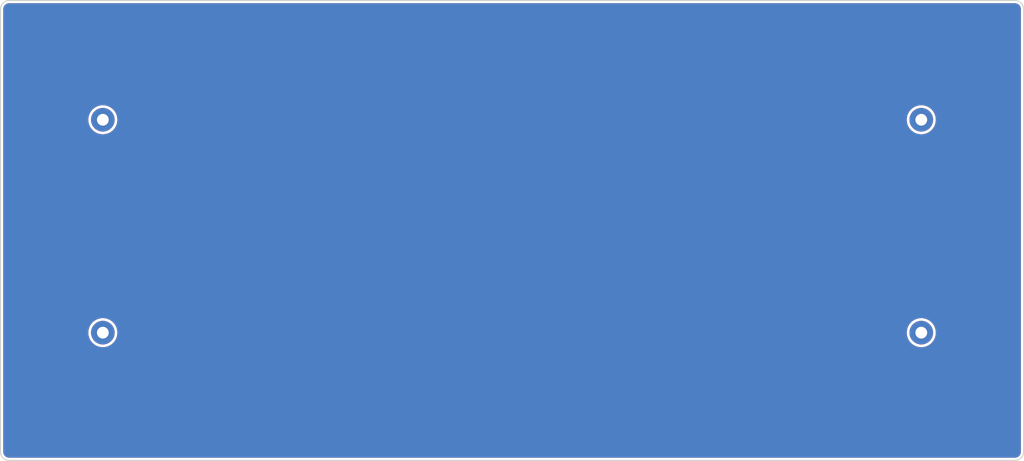
<source format=kicad_pcb>
(kicad_pcb (version 20211014) (generator pcbnew)
  (layers (0 "F.Cu" signal) (31 "B.Cu" signal) (34 "B.Paste" user) (35 "F.Paste" user) (36 "B.SilkS" user "B.Silkscreen") (37 "F.SilkS" user "F.Silkscreen") (38 "B.Mask" user) (39 "F.Mask" user) (44 "Edge.Cuts" user))
  (net 0 "")
  (footprint "MountingHole:MountingHole_2.2mm_M2_Pad" (layer "F.Cu") (at 33.3375 76.2)
    (fp_text reference "H2" hide)
    (fp_text value "MountingHole")
    (pad "1" thru_hole circle locked (at 0 0) (size 4.4 4.4) (drill 2.2) (layers *.Cu *.Mask))
  )
  (footprint "MountingHole:MountingHole_2.2mm_M2_Pad" (layer "F.Cu") (at 33.3375 36.5125)
    (fp_text reference "H1" hide)
    (fp_text value "MountingHole")
    (pad "1" thru_hole circle locked (at 0 0) (size 4.4 4.4) (drill 2.2) (layers *.Cu *.Mask))
  )
  (footprint "MountingHole:MountingHole_2.2mm_M2_Pad" (layer "F.Cu") (at 185.7375 36.5125)
    (fp_text reference "H3" hide)
    (fp_text value "MountingHole")
    (pad "1" thru_hole circle locked (at 0 0) (size 4.4 4.4) (drill 2.2) (layers *.Cu *.Mask))
  )
  (footprint "MountingHole:MountingHole_2.2mm_M2_Pad" (layer "F.Cu") (at 185.7375 76.2)
    (fp_text reference "H4" hide)
    (fp_text value "MountingHole")
    (pad "1" thru_hole circle locked (at 0 0) (size 4.4 4.4) (drill 2.2) (layers *.Cu *.Mask))
  )
  (gr_line (start 204.7875 15.875) (end 204.7875 98.425) (layer "Edge.Cuts") (width 0.2))
  (gr_line (start 203.2 14.2875) (end 15.875 14.2875) (layer "Edge.Cuts") (width 0.2))
  (gr_line (start 14.2875 15.875) (end 14.2875 98.425) (layer "Edge.Cuts") (width 0.2))
  (gr_arc (start 204.7875 98.425) (mid 204.322532 99.547532) (end 203.2 100.0125) (layer "Edge.Cuts") (width 0.2))
  (gr_arc (start 14.2875 15.875) (mid 14.752468 14.752468) (end 15.875 14.2875) (layer "Edge.Cuts") (width 0.2))
  (gr_arc (start 15.875 100.0125) (mid 14.752468 99.547532) (end 14.2875 98.425) (layer "Edge.Cuts") (width 0.2))
  (gr_line (start 15.875 100.0125) (end 203.2 100.0125) (layer "Edge.Cuts") (width 0.2))
  (gr_arc (start 203.2 14.2875) (mid 204.322532 14.752468) (end 204.7875 15.875) (layer "Edge.Cuts") (width 0.2))
  (zone (net 0) (net_name "") (layers F&B.Cu) (connect_pads (clearance 0.508)) (min_thickness 0.254) (fill yes (thermal_gap 0.508) (thermal_bridge_width 0.508))
    (polygon (pts (xy 204.7875 14.2875) (xy 204.7875 100.0125) (xy 14.2875 100.0125) (xy 14.2875 14.2875)))
  )
)
</source>
